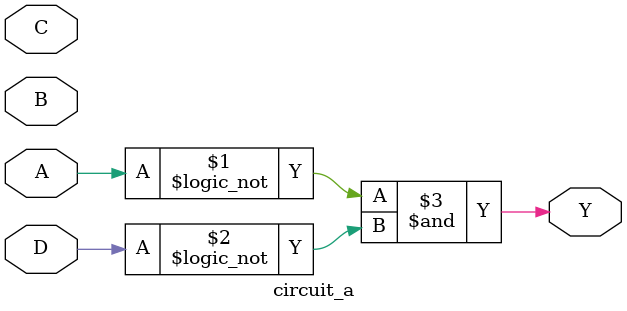
<source format=v>
module circuit_a(
    // Declare inputs
    input A,B,C,D,
    // Declare Y output
    output Y
    
);

    // Enter logic equation here
    assign Y=(!A&!D);
    

endmodule

</source>
